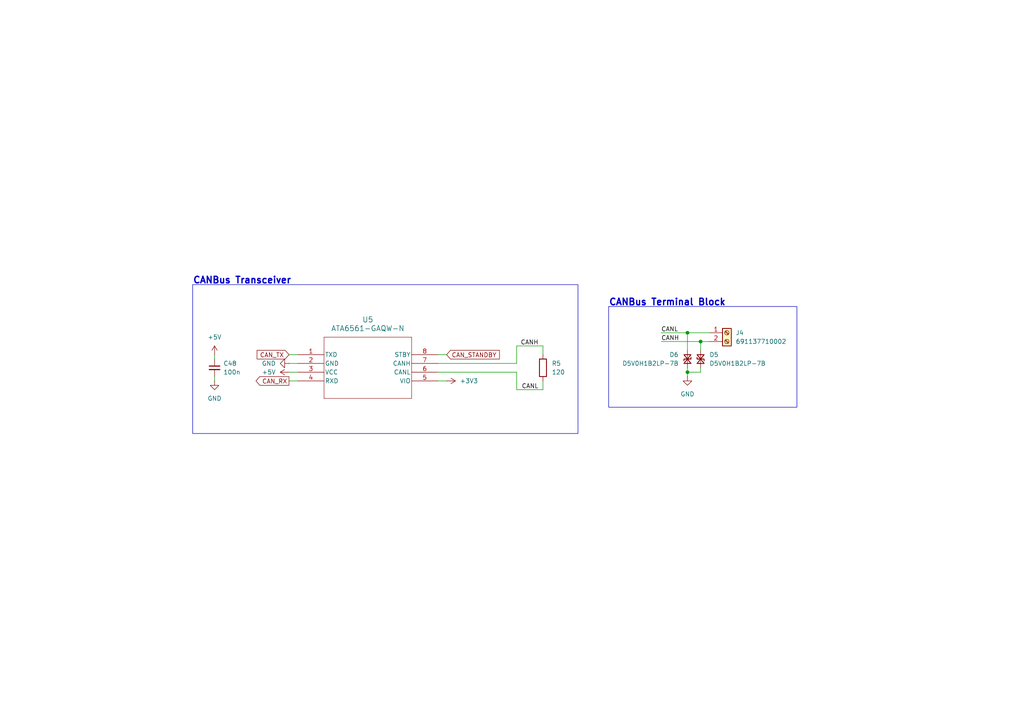
<source format=kicad_sch>
(kicad_sch (version 20250114) (generator "eeschema") (generator_version "9.0")
  (paper "A4")
  (lib_symbols
    (symbol "ATA6561-GAQW-N:ATA6561-GAQW-N" (pin_names (offset 0.254))
      (property "Reference" "U" (at 20.32 10.16 0))
      (property "Value" "ATA6561-GAQW-N" (at 20.32 7.62 0))
      (symbol "ATA6561-GAQW-N_0_1"
        (polyline (pts (xy 7.62 5.08) (xy 7.62 -12.7)) (stroke (width 0.127)))
        (polyline (pts (xy 7.62 -12.7) (xy 33.02 -12.7)) (stroke (width 0.127)))
        (polyline (pts (xy 33.02 5.08) (xy 7.62 5.08)) (stroke (width 0.127)))
        (polyline (pts (xy 33.02 -12.7) (xy 33.02 5.08)) (stroke (width 0.127)))
        (pin unspecified line (at 0 0 0) (length 7.62) (name "TXD") (number "1"))
        (pin power_out line (at 0 -2.54 0) (length 7.62) (name "GND") (number "2"))
        (pin power_in line (at 0 -5.08 0) (length 7.62) (name "VCC") (number "3"))
        (pin unspecified line (at 0 -7.62 0) (length 7.62) (name "RXD") (number "4"))
        (pin unspecified line (at 40.64 0 180) (length 7.62) (name "STBY") (number "8"))
        (pin unspecified line (at 40.64 -2.54 180) (length 7.62) (name "CANH") (number "7"))
        (pin unspecified line (at 40.64 -5.08 180) (length 7.62) (name "CANL") (number "6"))
        (pin unspecified line (at 40.64 -7.62 180) (length 7.62) (name "VIO") (number "5"))
      )
    )
    (symbol "Connector:Screw_Terminal_01x02" (pin_names (offset 1.016) (hide yes))
      (property "Reference" "J" (at 0 2.54 0))
      (property "Value" "Screw_Terminal_01x02" (at 0 -5.08 0))
      (symbol "Screw_Terminal_01x02_1_1"
        (rectangle (start -1.27 1.27) (end 1.27 -3.81) (stroke (width 0.254)) (fill (type background)))
        (polyline (pts (xy -0.5334 0.3302) (xy 0.3302 -0.508)) (stroke (width 0.1524)))
        (polyline (pts (xy -0.5334 -2.2098) (xy 0.3302 -3.048)) (stroke (width 0.1524)))
        (polyline (pts (xy -0.3556 0.508) (xy 0.508 -0.3302)) (stroke (width 0.1524)))
        (polyline (pts (xy -0.3556 -2.032) (xy 0.508 -2.8702)) (stroke (width 0.1524)))
        (circle (center 0 0) (radius 0.635) (stroke (width 0.1524)))
        (circle (center 0 -2.54) (radius 0.635) (stroke (width 0.1524)))
        (pin passive line (at -5.08 0 0) (length 3.81) (name "Pin_1") (number "1"))
        (pin passive line (at -5.08 -2.54 0) (length 3.81) (name "Pin_2") (number "2"))
      )
    )
    (symbol "Device:C_Small" (pin_numbers (hide yes)) (pin_names (offset 0.254) (hide yes))
      (property "Reference" "C" (at 0.254 1.778 0))
      (property "Value" "C_Small" (at 0.254 -2.032 0))
      (symbol "C_Small_0_1"
        (polyline (pts (xy -1.524 0.508) (xy 1.524 0.508)) (stroke (width 0.3048)))
        (polyline (pts (xy -1.524 -0.508) (xy 1.524 -0.508)) (stroke (width 0.3302)))
      )
      (symbol "C_Small_1_1"
        (pin passive line (at 0 2.54 270) (length 2.032) (name "~") (number "1"))
        (pin passive line (at 0 -2.54 90) (length 2.032) (name "~") (number "2"))
      )
    )
    (symbol "Device:D_TVS_Small" (pin_numbers (hide yes)) (pin_names (offset 1.016) (hide yes))
      (property "Reference" "D" (at 0 2.54 0))
      (property "Value" "D_TVS_Small" (at 0 -2.54 0))
      (symbol "D_TVS_Small_0_1"
        (polyline (pts (xy -1.27 1.016) (xy -1.27 -1.016) (xy 1.27 1.016) (xy 1.27 -1.016) (xy -1.27 1.016)) (stroke (width 0.254)))
        (polyline (pts (xy -1.27 0) (xy 1.27 0)))
        (polyline (pts (xy 0.508 1.016) (xy 0 1.016) (xy 0 -1.016) (xy -0.508 -1.016)) (stroke (width 0.254)))
      )
      (symbol "D_TVS_Small_1_1"
        (pin passive line (at -2.54 0 0) (length 1.27) (name "A1") (number "1"))
        (pin passive line (at 2.54 0 180) (length 1.27) (name "A2") (number "2"))
      )
    )
    (symbol "Device:R" (pin_numbers (hide yes)) (pin_names (offset 0))
      (property "Reference" "R" (at 2.032 0 90))
      (property "Value" "R" (at 0 0 90))
      (symbol "R_0_1"
        (rectangle (start -1.016 -2.54) (end 1.016 2.54) (stroke (width 0.254)))
      )
      (symbol "R_1_1"
        (pin passive line (at 0 3.81 270) (length 1.27) (name "~") (number "1"))
        (pin passive line (at 0 -3.81 90) (length 1.27) (name "~") (number "2"))
      )
    )
    (symbol "power:+3V3" (power) (pin_numbers (hide yes)) (pin_names (offset 0) (hide yes))
      (property "Value" "+3V3" (at 0 3.556 0))
      (symbol "+3V3_0_1"
        (polyline (pts (xy -0.762 1.27) (xy 0 2.54)))
        (polyline (pts (xy 0 2.54) (xy 0.762 1.27)))
        (polyline (pts (xy 0 0) (xy 0 2.54)))
      )
      (symbol "+3V3_1_1"
        (pin power_in line (at 0 0 90) (length 0) (name "~") (number "1"))
      )
    )
    (symbol "power:+5V" (power) (pin_numbers (hide yes)) (pin_names (offset 0) (hide yes))
      (property "Value" "+5V" (at 0 3.556 0))
      (symbol "+5V_0_1"
        (polyline (pts (xy -0.762 1.27) (xy 0 2.54)))
        (polyline (pts (xy 0 2.54) (xy 0.762 1.27)))
        (polyline (pts (xy 0 0) (xy 0 2.54)))
      )
      (symbol "+5V_1_1"
        (pin power_in line (at 0 0 90) (length 0) (name "~") (number "1"))
      )
    )
    (symbol "power:GND" (power) (pin_numbers (hide yes)) (pin_names (offset 0) (hide yes))
      (property "Value" "GND" (at 0 -3.81 0))
      (symbol "GND_0_1"
        (polyline (pts (xy 0 0) (xy 0 -1.27) (xy 1.27 -1.27) (xy 0 -2.54) (xy -1.27 -1.27) (xy 0 -1.27)))
      )
      (symbol "GND_1_1"
        (pin power_in line (at 0 0 270) (length 0) (name "~") (number "1"))
      )
    )
  )
  (rectangle (start 176.53 88.9) (end 231.14 118.11))
  (rectangle (start 55.88 82.55) (end 167.64 125.73))
  (text "CANBus Terminal Block" (at 176.53 88.9 0) (effects (font (size 1.905 1.905) (thickness 0.381) (bold yes)) (justify left bottom)))
  (text "CANBus Transceiver" (at 55.88 82.55 0) (effects (font (size 1.905 1.905) (thickness 0.381) (bold yes)) (justify left bottom)))
  (junction (at 199.39 96.52))
  (junction (at 199.39 107.95))
  (junction (at 203.2 99.06))
  (wire (pts (xy 83.82 107.95) (xy 86.36 107.95)))
  (wire (pts (xy 149.86 107.95) (xy 149.86 113.03)))
  (wire (pts (xy 149.86 100.33) (xy 149.86 105.41)))
  (wire (pts (xy 149.86 100.33) (xy 157.48 100.33)))
  (wire (pts (xy 127 102.87) (xy 129.54 102.87)))
  (wire (pts (xy 191.77 96.52) (xy 199.39 96.52)))
  (wire (pts (xy 199.39 106.68) (xy 199.39 107.95)))
  (wire (pts (xy 62.23 109.22) (xy 62.23 110.49)))
  (wire (pts (xy 149.86 105.41) (xy 127 105.41)))
  (wire (pts (xy 149.86 113.03) (xy 157.48 113.03)))
  (wire (pts (xy 199.39 96.52) (xy 199.39 101.6)))
  (wire (pts (xy 199.39 107.95) (xy 203.2 107.95)))
  (wire (pts (xy 83.82 110.49) (xy 86.36 110.49)))
  (wire (pts (xy 203.2 99.06) (xy 205.74 99.06)))
  (wire (pts (xy 199.39 107.95) (xy 199.39 109.22)))
  (wire (pts (xy 83.82 102.87) (xy 86.36 102.87)))
  (wire (pts (xy 191.77 99.06) (xy 203.2 99.06)))
  (wire (pts (xy 83.82 105.41) (xy 86.36 105.41)))
  (wire (pts (xy 127 110.49) (xy 129.54 110.49)))
  (wire (pts (xy 203.2 99.06) (xy 203.2 101.6)))
  (wire (pts (xy 62.23 102.87) (xy 62.23 104.14)))
  (wire (pts (xy 199.39 96.52) (xy 205.74 96.52)))
  (wire (pts (xy 127 107.95) (xy 149.86 107.95)))
  (wire (pts (xy 157.48 100.33) (xy 157.48 102.87)))
  (wire (pts (xy 157.48 110.49) (xy 157.48 113.03)))
  (wire (pts (xy 203.2 106.68) (xy 203.2 107.95)))
  (label "CANL" (at 156.21 113.03 180) (effects (font (thickness 0.1588))))
  (label "CANH" (at 191.77 99.06 0) (effects (font (thickness 0.1588))))
  (label "CANL" (at 191.77 96.52 0) (effects (font (thickness 0.1588))))
  (label "CANH" (at 156.21 100.33 180) (effects (font (thickness 0.1588))))
  (global_label "CAN_TX" (shape input) (at 83.82 102.87 180) (property "Intersheetrefs" "${INTERSHEET_REFS}" (effects (hide yes))))
  (global_label "CAN_RX" (shape output) (at 83.82 110.49 180) (property "Intersheetrefs" "${INTERSHEET_REFS}" (effects (hide yes))))
  (global_label "CAN_STANDBY" (shape input) (at 129.54 102.87 0) (property "Intersheetrefs" "${INTERSHEET_REFS}" (effects (hide yes))))
  (symbol (lib_id "Device:C_Small") (at 62.23 106.68 0) (mirror y) (unit 1)
    (property "Reference" "C48" (at 64.77 105.4162 0) (effects (justify right)))
    (property "Value" "100n" (at 64.77 107.9562 0) (effects (justify right)))
    (property "Footprint" "Capacitor_SMD:C_0402_1005Metric" (effects (hide yes)))
    (property "Description" "Unpolarized capacitor, small symbol" (effects (hide yes)))
  )
  (symbol (lib_id "power:GND") (at 62.23 110.49 0) (unit 1)
    (property "Reference" "#PWR058" (effects (hide yes)))
    (property "Value" "GND" (at 62.23 115.57 0))
    (property "Description" "Power symbol creates a global label with name \"GND\" , ground" (effects (hide yes)))
  )
  (symbol (lib_id "ATA6561-GAQW-N:ATA6561-GAQW-N") (at 86.36 102.87 0) (unit 1)
    (property "Reference" "U5" (at 106.68 92.71 0) (effects (font (size 1.524 1.524))))
    (property "Value" "ATA6561-GAQW-N" (at 106.68 95.25 0) (effects (font (size 1.524 1.524))))
    (property "Footprint" "Package_SO:SOIC-8_3.9x4.9mm_P1.27mm" (effects (hide yes)))
    (property "Datasheet" "ATA6561-GAQW-N" (effects (hide yes)))
  )
  (symbol (lib_id "power:GND") (at 83.82 105.41 270) (unit 1)
    (property "Reference" "#PWR054" (effects (hide yes)))
    (property "Value" "GND" (at 80.01 105.4099 90) (effects (justify right)))
    (property "Description" "Power symbol creates a global label with name \"GND\" , ground" (effects (hide yes)))
  )
  (symbol (lib_id "Connector:Screw_Terminal_01x02") (at 210.82 96.52 0) (unit 1)
    (property "Reference" "J4" (at 213.36 96.5199 0) (effects (justify left)))
    (property "Value" "691137710002" (at 213.36 99.0599 0) (effects (justify left)))
    (property "Footprint" "691137710002:691137710002" (effects (hide yes)))
    (property "Description" "Generic screw terminal, single row, 01x02, script generated (kicad-library-utils/schlib/autogen/connector/)" (effects (hide yes)))
  )
  (symbol (lib_id "power:GND") (at 199.39 109.22 0) (unit 1)
    (property "Reference" "#PWR059" (effects (hide yes)))
    (property "Value" "GND" (at 199.39 114.3 0))
    (property "Description" "Power symbol creates a global label with name \"GND\" , ground" (effects (hide yes)))
  )
  (symbol (lib_id "Device:D_TVS_Small") (at 199.39 104.14 270) (mirror x) (unit 1)
    (property "Reference" "D6" (at 196.85 102.8699 90) (effects (justify right)))
    (property "Value" "D5V0H1B2LP-7B" (at 196.85 105.4099 90) (effects (justify right)))
    (property "Footprint" "Diode_SMD:D_0402_1005Metric" (effects (hide yes)))
    (property "Description" "Bidirectional transient-voltage-suppression diode, small symbol" (effects (hide yes)))
  )
  (symbol (lib_id "Device:R") (at 157.48 106.68 0) (unit 1)
    (property "Reference" "R5" (at 160.02 105.4099 0) (effects (justify left)))
    (property "Value" "120" (at 160.02 107.9499 0) (effects (justify left)))
    (property "Footprint" "Resistor_SMD:R_0805_2012Metric_Pad1.20x1.40mm_HandSolder" (effects (hide yes)))
    (property "Description" "Resistor" (effects (hide yes)))
  )
  (symbol (lib_id "power:+5V") (at 62.23 102.87 0) (unit 1)
    (property "Reference" "#PWR057" (effects (hide yes)))
    (property "Value" "+5V" (at 62.23 97.79 0))
    (property "Description" "Power symbol creates a global label with name \"+5V\"" (effects (hide yes)))
  )
  (symbol (lib_id "power:+3V3") (at 129.54 110.49 270) (unit 1)
    (property "Reference" "#PWR056" (effects (hide yes)))
    (property "Value" "+3V3" (at 133.35 110.4899 90) (effects (justify left)))
    (property "Description" "Power symbol creates a global label with name \"+3V3\"" (effects (hide yes)))
  )
  (symbol (lib_id "power:+5V") (at 83.82 107.95 90) (unit 1)
    (property "Reference" "#PWR055" (effects (hide yes)))
    (property "Value" "+5V" (at 80.01 107.9499 90) (effects (justify left)))
    (property "Description" "Power symbol creates a global label with name \"+5V\"" (effects (hide yes)))
  )
  (symbol (lib_id "Device:D_TVS_Small") (at 203.2 104.14 90) (unit 1)
    (property "Reference" "D5" (at 205.74 102.8699 90) (effects (justify right)))
    (property "Value" "D5V0H1B2LP-7B" (at 205.74 105.4099 90) (effects (justify right)))
    (property "Footprint" "Diode_SMD:D_0402_1005Metric" (effects (hide yes)))
    (property "Description" "Bidirectional transient-voltage-suppression diode, small symbol" (effects (hide yes)))
  )
)
</source>
